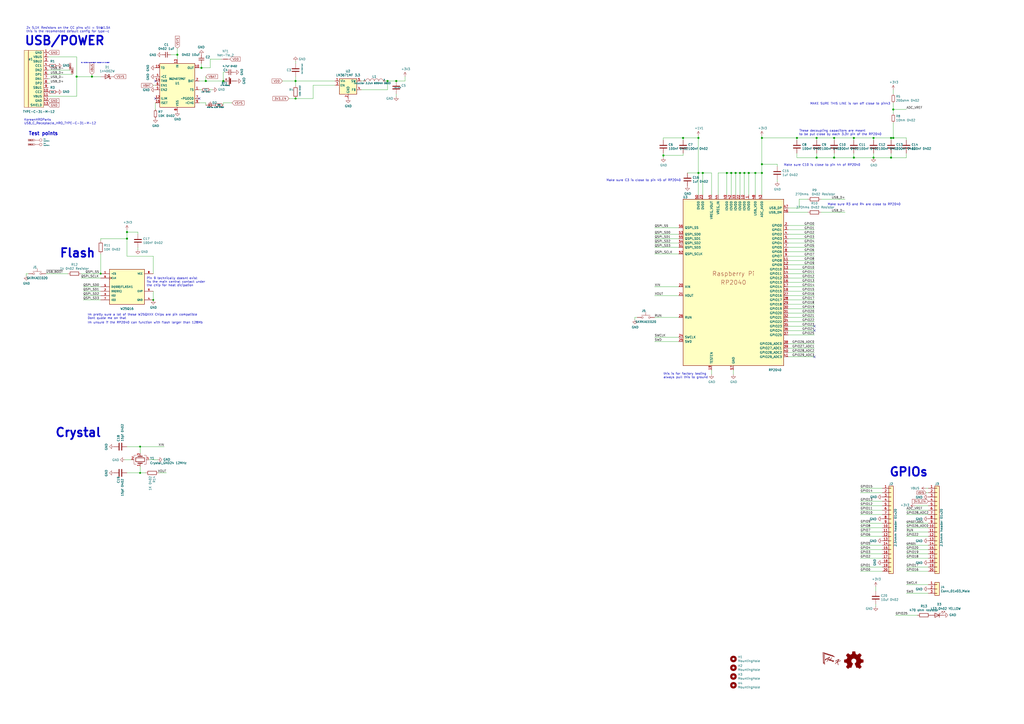
<source format=kicad_sch>
(kicad_sch (version 20230121) (generator eeschema)
  (paper "A2")
  (title_block (title "RP2040 Minimal Design Example") (date "2020-12-18") (rev "REV1") (company "Raspberry Pi (Trading) Ltd"))
  (junction (at 473.71 91.44) (diameter 1.016))
  (junction (at 119.38 46.99) (diameter 1.016))
  (junction (at 429.26 100.33) (diameter 1.016))
  (junction (at 434.34 100.33) (diameter 1.016))
  (junction (at 129.54 46.99) (diameter 1.016))
  (junction (at 441.96 80.01) (diameter 1.016))
  (junction (at 441.96 100.33) (diameter 1.016))
  (junction (at 421.64 100.33) (diameter 1.016))
  (junction (at 506.73 91.44) (diameter 1.016))
  (junction (at 58.42 158.75))
  (junction (at 53.34 44.45) (diameter 1.016))
  (junction (at 102.87 31.75) (diameter 1.016))
  (junction (at 384.81 90.17) (diameter 1.016))
  (junction (at 438.15 100.33) (diameter 1.016))
  (junction (at 518.16 80.01) (diameter 1.016))
  (junction (at 495.3 80.01) (diameter 1.016))
  (junction (at 405.13 100.33) (diameter 1.016))
  (junction (at 396.24 80.01) (diameter 1.016))
  (junction (at 431.8 100.33) (diameter 1.016))
  (junction (at 405.13 80.01) (diameter 1.016))
  (junction (at 229.87 46.99) (diameter 1.016))
  (junction (at 73.66 134.62) (diameter 1.016))
  (junction (at 495.3 91.44) (diameter 1.016))
  (junction (at 473.71 80.01) (diameter 1.016))
  (junction (at 462.28 80.01) (diameter 1.016))
  (junction (at 516.89 80.01) (diameter 1.016))
  (junction (at 441.96 95.25) (diameter 1.016))
  (junction (at 224.79 46.99) (diameter 1.016))
  (junction (at 44.45 44.45) (diameter 1.016))
  (junction (at 81.28 274.32))
  (junction (at 424.18 100.33) (diameter 1.016))
  (junction (at 407.67 100.33) (diameter 1.016))
  (junction (at 516.89 91.44) (diameter 1.016))
  (junction (at 81.28 259.08))
  (junction (at 88.9 173.99))
  (junction (at 116.84 39.37) (diameter 1.016))
  (junction (at 73.66 138.43) (diameter 1.016))
  (junction (at 171.45 46.99) (diameter 1.016))
  (junction (at 171.45 57.15) (diameter 1.016))
  (junction (at 518.16 63.5) (diameter 1.016))
  (junction (at 426.72 100.33) (diameter 1.016))
  (junction (at 506.73 80.01) (diameter 1.016))
  (junction (at 483.87 91.44) (diameter 1.016))
  (junction (at 483.87 80.01) (diameter 1.016))
  (no_connect (at 90.17 57.15))
  (no_connect (at 115.57 57.15))
  (no_connect (at 90.17 46.99))
  (no_connect (at 472.44 191.77))
  (no_connect (at 472.44 189.23))
  (no_connect (at 472.44 207.01))
  (wire (pts (xy 457.2 173.99) (xy 472.44 173.99)))
  (wire (pts (xy 538.48 331.47) (xy 525.78 331.47)))
  (wire (pts (xy 396.24 80.01) (xy 405.13 80.01)))
  (wire (pts (xy 412.75 113.03) (xy 412.75 100.33)))
  (wire (pts (xy 27.94 48.26) (xy 29.21 48.26)))
  (wire (pts (xy 518.16 59.69) (xy 518.16 63.5)))
  (wire (pts (xy 27.94 33.02) (xy 44.45 33.02)))
  (wire (pts (xy 457.2 146.05) (xy 472.44 146.05)))
  (wire (pts (xy 384.81 80.01) (xy 396.24 80.01)))
  (wire (pts (xy 516.89 88.9) (xy 516.89 91.44)))
  (wire (pts (xy 495.3 80.01) (xy 506.73 80.01)))
  (wire (pts (xy 483.87 88.9) (xy 483.87 91.44)))
  (wire (pts (xy 223.52 46.99) (xy 224.79 46.99)))
  (wire (pts (xy 58.42 171.45) (xy 48.26 171.45)))
  (wire (pts (xy 224.79 52.07) (xy 224.79 46.99)))
  (wire (pts (xy 538.48 295.91) (xy 525.78 295.91)))
  (wire (pts (xy 119.38 46.99) (xy 115.57 46.99)))
  (wire (pts (xy 129.54 46.99) (xy 119.38 46.99)))
  (wire (pts (xy 457.2 184.15) (xy 472.44 184.15)))
  (wire (pts (xy 27.94 45.72) (xy 29.21 45.72)))
  (wire (pts (xy 181.61 49.53) (xy 181.61 57.15)))
  (wire (pts (xy 39.37 158.75) (xy 26.67 158.75)))
  (wire (pts (xy 431.8 113.03) (xy 431.8 100.33)))
  (wire (pts (xy 405.13 80.01) (xy 405.13 100.33)))
  (wire (pts (xy 457.2 130.81) (xy 472.44 130.81)))
  (wire (pts (xy 483.87 80.01) (xy 495.3 80.01)))
  (wire (pts (xy 416.56 113.03) (xy 416.56 100.33)))
  (wire (pts (xy 538.48 306.07) (xy 525.78 306.07)))
  (wire (pts (xy 525.78 88.9) (xy 525.78 91.44)))
  (wire (pts (xy 441.96 95.25) (xy 441.96 100.33)))
  (wire (pts (xy 99.06 31.75) (xy 102.87 31.75)))
  (wire (pts (xy 462.28 81.28) (xy 462.28 80.01)))
  (wire (pts (xy 450.85 104.14) (xy 450.85 105.41)))
  (wire (pts (xy 129.54 41.91) (xy 129.54 46.99)))
  (wire (pts (xy 88.9 168.91) (xy 88.9 173.99)))
  (wire (pts (xy 538.48 303.53) (xy 525.78 303.53)))
  (wire (pts (xy 518.16 63.5) (xy 525.78 63.5)))
  (wire (pts (xy 130.81 41.91) (xy 129.54 41.91)))
  (wire (pts (xy 88.9 49.53) (xy 90.17 49.53)))
  (wire (pts (xy 73.66 148.59) (xy 88.9 148.59)))
  (wire (pts (xy 44.45 55.88) (xy 27.94 55.88)))
  (wire (pts (xy 538.48 323.85) (xy 525.78 323.85)))
  (wire (pts (xy 73.66 134.62) (xy 73.66 138.43)))
  (wire (pts (xy 15.24 158.75) (xy 15.24 160.02)))
  (wire (pts (xy 511.81 293.37) (xy 499.11 293.37)))
  (wire (pts (xy 483.87 81.28) (xy 483.87 80.01)))
  (wire (pts (xy 457.2 194.31) (xy 472.44 194.31)))
  (wire (pts (xy 473.71 80.01) (xy 483.87 80.01)))
  (wire (pts (xy 102.87 34.29) (xy 102.87 31.75)))
  (wire (pts (xy 463.55 115.57) (xy 463.55 120.65)))
  (wire (pts (xy 462.28 91.44) (xy 473.71 91.44)))
  (wire (pts (xy 518.16 63.5) (xy 518.16 66.04)))
  (wire (pts (xy 462.28 88.9) (xy 462.28 91.44)))
  (wire (pts (xy 511.81 295.91) (xy 499.11 295.91)))
  (wire (pts (xy 73.66 133.35) (xy 73.66 134.62)))
  (wire (pts (xy 86.36 266.7) (xy 91.44 266.7)))
  (wire (pts (xy 511.81 321.31) (xy 499.11 321.31)))
  (wire (pts (xy 396.24 81.28) (xy 396.24 80.01)))
  (wire (pts (xy 384.81 90.17) (xy 396.24 90.17)))
  (wire (pts (xy 116.84 39.37) (xy 115.57 39.37)))
  (wire (pts (xy 538.48 311.15) (xy 525.78 311.15)))
  (wire (pts (xy 58.42 166.37) (xy 48.26 166.37)))
  (wire (pts (xy 46.99 161.29) (xy 58.42 161.29)))
  (wire (pts (xy 171.45 46.99) (xy 194.31 46.99)))
  (wire (pts (xy 450.85 96.52) (xy 450.85 95.25)))
  (wire (pts (xy 457.2 191.77) (xy 472.44 191.77)))
  (wire (pts (xy 525.78 80.01) (xy 525.78 81.28)))
  (wire (pts (xy 457.2 168.91) (xy 472.44 168.91)))
  (wire (pts (xy 134.62 59.69) (xy 129.54 59.69)))
  (wire (pts (xy 129.54 59.69) (xy 129.54 60.96)))
  (wire (pts (xy 457.2 181.61) (xy 472.44 181.61)))
  (wire (pts (xy 426.72 100.33) (xy 429.26 100.33)))
  (wire (pts (xy 80.01 134.62) (xy 73.66 134.62)))
  (wire (pts (xy 457.2 207.01) (xy 472.44 207.01)))
  (wire (pts (xy 171.45 57.15) (xy 181.61 57.15)))
  (wire (pts (xy 537.21 283.21) (xy 538.48 283.21)))
  (wire (pts (xy 92.075 274.32) (xy 96.52 274.32)))
  (wire (pts (xy 457.2 176.53) (xy 472.44 176.53)))
  (wire (pts (xy 128.27 34.29) (xy 121.92 34.29)))
  (wire (pts (xy 421.64 100.33) (xy 424.18 100.33)))
  (wire (pts (xy 58.42 173.99) (xy 48.26 173.99)))
  (wire (pts (xy 80.01 143.51) (xy 80.01 144.78)))
  (wire (pts (xy 393.7 147.32) (xy 379.73 147.32)))
  (wire (pts (xy 506.73 88.9) (xy 506.73 91.44)))
  (wire (pts (xy 384.81 81.28) (xy 384.81 80.01)))
  (wire (pts (xy 424.18 100.33) (xy 426.72 100.33)))
  (wire (pts (xy 379.73 138.43) (xy 393.7 138.43)))
  (wire (pts (xy 457.2 151.13) (xy 472.44 151.13)))
  (wire (pts (xy 457.2 123.19) (xy 468.63 123.19)))
  (wire (pts (xy 379.73 135.89) (xy 393.7 135.89)))
  (wire (pts (xy 393.7 171.45) (xy 379.73 171.45)))
  (wire (pts (xy 476.25 123.19) (xy 490.22 123.19)))
  (wire (pts (xy 525.78 344.17) (xy 538.48 344.17)))
  (wire (pts (xy 209.55 46.99) (xy 210.82 46.99)))
  (wire (pts (xy 538.48 298.45) (xy 525.78 298.45)))
  (wire (pts (xy 476.25 115.57) (xy 490.22 115.57)))
  (wire (pts (xy 457.2 171.45) (xy 472.44 171.45)))
  (wire (pts (xy 462.28 80.01) (xy 473.71 80.01)))
  (wire (pts (xy 457.2 201.93) (xy 472.44 201.93)))
  (wire (pts (xy 369.57 184.15) (xy 368.3 184.15)))
  (wire (pts (xy 44.45 44.45) (xy 53.34 44.45)))
  (wire (pts (xy 379.73 143.51) (xy 393.7 143.51)))
  (wire (pts (xy 407.67 113.03) (xy 407.67 100.33)))
  (wire (pts (xy 508 340.36) (xy 508 342.9)))
  (wire (pts (xy 441.96 80.01) (xy 441.96 95.25)))
  (wire (pts (xy 511.81 308.61) (xy 499.11 308.61)))
  (wire (pts (xy 81.28 262.89) (xy 81.28 259.08)))
  (wire (pts (xy 495.3 88.9) (xy 495.3 91.44)))
  (wire (pts (xy 457.2 143.51) (xy 472.44 143.51)))
  (wire (pts (xy 234.95 46.99) (xy 229.87 46.99)))
  (wire (pts (xy 412.75 214.63) (xy 412.75 217.17)))
  (wire (pts (xy 119.38 44.45) (xy 119.38 46.99)))
  (wire (pts (xy 171.45 49.53) (xy 171.45 46.99)))
  (wire (pts (xy 229.87 54.61) (xy 229.87 55.88)))
  (wire (pts (xy 121.92 39.37) (xy 116.84 39.37)))
  (wire (pts (xy 538.48 318.77) (xy 525.78 318.77)))
  (wire (pts (xy 457.2 120.65) (xy 463.55 120.65)))
  (wire (pts (xy 457.2 199.39) (xy 472.44 199.39)))
  (wire (pts (xy 511.81 318.77) (xy 499.11 318.77)))
  (wire (pts (xy 518.16 80.01) (xy 518.16 71.12)))
  (wire (pts (xy 506.73 80.01) (xy 516.89 80.01)))
  (wire (pts (xy 368.3 184.15) (xy 368.3 185.42)))
  (wire (pts (xy 511.81 285.75) (xy 499.11 285.75)))
  (wire (pts (xy 457.2 138.43) (xy 472.44 138.43)))
  (wire (pts (xy 457.2 161.29) (xy 472.44 161.29)))
  (wire (pts (xy 516.89 80.01) (xy 516.89 81.28)))
  (wire (pts (xy 405.13 78.74) (xy 405.13 80.01)))
  (wire (pts (xy 506.73 91.44) (xy 495.3 91.44)))
  (wire (pts (xy 457.2 156.21) (xy 472.44 156.21)))
  (wire (pts (xy 429.26 113.03) (xy 429.26 100.33)))
  (wire (pts (xy 81.28 270.51) (xy 81.28 274.32)))
  (wire (pts (xy 102.87 31.75) (xy 102.87 27.94)))
  (wire (pts (xy 171.45 36.83) (xy 171.45 35.56)))
  (wire (pts (xy 506.73 81.28) (xy 506.73 80.01)))
  (wire (pts (xy 457.2 158.75) (xy 472.44 158.75)))
  (wire (pts (xy 438.15 113.03) (xy 438.15 100.33)))
  (wire (pts (xy 511.81 328.93) (xy 499.11 328.93)))
  (wire (pts (xy 530.86 293.37) (xy 538.48 293.37)))
  (wire (pts (xy 495.3 81.28) (xy 495.3 80.01)))
  (wire (pts (xy 90.17 63.5) (xy 90.17 59.69)))
  (wire (pts (xy 73.66 138.43) (xy 73.66 148.59)))
  (wire (pts (xy 516.89 91.44) (xy 506.73 91.44)))
  (wire (pts (xy 438.15 100.33) (xy 441.96 100.33)))
  (wire (pts (xy 457.2 189.23) (xy 472.44 189.23)))
  (wire (pts (xy 457.2 166.37) (xy 472.44 166.37)))
  (wire (pts (xy 538.48 316.23) (xy 525.78 316.23)))
  (wire (pts (xy 441.96 95.25) (xy 450.85 95.25)))
  (wire (pts (xy 379.73 140.97) (xy 393.7 140.97)))
  (wire (pts (xy 511.81 303.53) (xy 499.11 303.53)))
  (wire (pts (xy 434.34 100.33) (xy 434.34 113.03)))
  (wire (pts (xy 171.45 44.45) (xy 171.45 46.99)))
  (wire (pts (xy 441.96 80.01) (xy 462.28 80.01)))
  (wire (pts (xy 511.81 323.85) (xy 499.11 323.85)))
  (wire (pts (xy 46.99 158.75) (xy 58.42 158.75)))
  (wire (pts (xy 431.8 100.33) (xy 434.34 100.33)))
  (wire (pts (xy 171.45 57.15) (xy 167.64 57.15)))
  (wire (pts (xy 44.45 44.45) (xy 44.45 55.88)))
  (wire (pts (xy 441.96 100.33) (xy 441.96 113.03)))
  (wire (pts (xy 525.78 308.61) (xy 538.48 308.61)))
  (wire (pts (xy 457.2 135.89) (xy 472.44 135.89)))
  (wire (pts (xy 53.34 44.45) (xy 58.42 44.45)))
  (wire (pts (xy 116.84 36.83) (xy 116.84 39.37)))
  (wire (pts (xy 163.83 46.99) (xy 171.45 46.99)))
  (wire (pts (xy 88.9 158.75) (xy 88.9 148.59)))
  (wire (pts (xy 538.48 321.31) (xy 525.78 321.31)))
  (wire (pts (xy 516.89 80.01) (xy 518.16 80.01)))
  (wire (pts (xy 538.48 328.93) (xy 525.78 328.93)))
  (wire (pts (xy 209.55 52.07) (xy 224.79 52.07)))
  (wire (pts (xy 384.81 88.9) (xy 384.81 90.17)))
  (wire (pts (xy 426.72 113.03) (xy 426.72 100.33)))
  (wire (pts (xy 516.89 91.44) (xy 525.78 91.44)))
  (wire (pts (xy 80.01 135.89) (xy 80.01 134.62)))
  (wire (pts (xy 511.81 306.07) (xy 499.11 306.07)))
  (wire (pts (xy 121.92 34.29) (xy 121.92 39.37)))
  (wire (pts (xy 457.2 133.35) (xy 472.44 133.35)))
  (wire (pts (xy 508 350.52) (xy 508 351.79)))
  (wire (pts (xy 518.16 52.07) (xy 518.16 54.61)))
  (wire (pts (xy 405.13 100.33) (xy 405.13 113.03)))
  (wire (pts (xy 73.66 259.08) (xy 81.28 259.08)))
  (wire (pts (xy 81.28 259.08) (xy 95.25 259.08)))
  (wire (pts (xy 511.81 283.21) (xy 499.11 283.21)))
  (wire (pts (xy 499.11 316.23) (xy 511.81 316.23)))
  (wire (pts (xy 429.26 100.33) (xy 431.8 100.33)))
  (wire (pts (xy 457.2 204.47) (xy 472.44 204.47)))
  (wire (pts (xy 405.13 100.33) (xy 398.78 100.33)))
  (wire (pts (xy 425.45 214.63) (xy 425.45 217.17)))
  (wire (pts (xy 421.64 113.03) (xy 421.64 100.33)))
  (wire (pts (xy 457.2 153.67) (xy 472.44 153.67)))
  (wire (pts (xy 393.7 132.08) (xy 379.73 132.08)))
  (wire (pts (xy 457.2 179.07) (xy 472.44 179.07)))
  (wire (pts (xy 393.7 198.12) (xy 379.73 198.12)))
  (wire (pts (xy 396.24 90.17) (xy 396.24 88.9)))
  (wire (pts (xy 58.42 147.32) (xy 58.42 158.75)))
  (wire (pts (xy 224.79 46.99) (xy 229.87 46.99)))
  (wire (pts (xy 44.45 33.02) (xy 44.45 44.45)))
  (wire (pts (xy 538.48 285.75) (xy 537.21 285.75)))
  (wire (pts (xy 457.2 186.69) (xy 472.44 186.69)))
  (wire (pts (xy 424.18 113.03) (xy 424.18 100.33)))
  (wire (pts (xy 384.81 90.17) (xy 384.81 91.44)))
  (wire (pts (xy 473.71 91.44) (xy 473.71 88.9)))
  (wire (pts (xy 473.71 91.44) (xy 483.87 91.44)))
  (wire (pts (xy 16.51 158.75) (xy 15.24 158.75)))
  (wire (pts (xy 58.42 139.7) (xy 58.42 138.43)))
  (wire (pts (xy 48.26 168.91) (xy 58.42 168.91)))
  (wire (pts (xy 27.94 40.64) (xy 40.64 40.64)))
  (wire (pts (xy 457.2 148.59) (xy 472.44 148.59)))
  (wire (pts (xy 495.3 91.44) (xy 483.87 91.44)))
  (wire (pts (xy 393.7 184.15) (xy 379.73 184.15)))
  (wire (pts (xy 407.67 100.33) (xy 405.13 100.33)))
  (wire (pts (xy 463.55 115.57) (xy 468.63 115.57)))
  (wire (pts (xy 181.61 49.53) (xy 194.31 49.53)))
  (wire (pts (xy 434.34 100.33) (xy 438.15 100.33)))
  (wire (pts (xy 121.92 52.07) (xy 123.19 52.07)))
  (wire (pts (xy 416.56 100.33) (xy 421.64 100.33)))
  (wire (pts (xy 393.7 195.58) (xy 379.73 195.58)))
  (wire (pts (xy 499.11 311.15) (xy 511.81 311.15)))
  (wire (pts (xy 27.94 43.18) (xy 41.91 43.18)))
  (wire (pts (xy 379.73 166.37) (xy 393.7 166.37)))
  (wire (pts (xy 511.81 290.83) (xy 499.11 290.83)))
  (wire (pts (xy 53.34 44.45) (xy 53.34 43.18)))
  (wire (pts (xy 115.57 59.69) (xy 119.38 59.69)))
  (wire (pts (xy 119.38 59.69) (xy 119.38 60.96)))
  (wire (pts (xy 72.39 266.7) (xy 76.2 266.7)))
  (wire (pts (xy 115.57 52.07) (xy 116.84 52.07)))
  (wire (pts (xy 518.16 80.01) (xy 525.78 80.01)))
  (wire (pts (xy 538.48 339.09) (xy 525.78 339.09)))
  (wire (pts (xy 511.81 331.47) (xy 499.11 331.47)))
  (wire (pts (xy 457.2 140.97) (xy 472.44 140.97)))
  (wire (pts (xy 58.42 138.43) (xy 73.66 138.43)))
  (wire (pts (xy 412.75 100.33) (xy 407.67 100.33)))
  (wire (pts (xy 457.2 163.83) (xy 472.44 163.83)))
  (wire (pts (xy 532.13 356.87) (xy 519.43 356.87)))
  (wire (pts (xy 499.11 298.45) (xy 511.81 298.45)))
  (wire (pts (xy 441.96 78.74) (xy 441.96 80.01)))
  (wire (pts (xy 473.71 81.28) (xy 473.71 80.01)))
  (wire (pts (xy 73.66 274.32) (xy 81.28 274.32)))
  (wire (pts (xy 81.28 274.32) (xy 84.455 274.32)))
  (wire (pts (xy 234.95 44.45) (xy 234.95 46.99)))
  (text "Test points" (at 16.51 78.74 0) (effects (font (size 2.0066 2.0066) (thickness 0.4013) bold) (justify left bottom)))
  (text "D1 NEEDS to be 0omh resistor or 1n4002" (at 46.99 36.83 0) (effects (font (size 0.508 0.508)) (justify left bottom)))
  (text "Crystal" (at 31.75 254 0) (effects (font (size 5.0038 5.0038) (thickness 1.0008) bold) (justify left bottom)))
  (text "Flash" (at 34.29 149.86 0) (effects (font (size 5.0038 5.0038) (thickness 1.0008) bold) (justify left bottom)))
  (text "These decoupling capacitors are meant\nto be put close by each 3.3V pin of the RP2040" (at 463.55 78.74 0) (effects (font (size 1.27 1.27)) (justify left bottom)))
  (text "USB/POWER" (at 13.97 26.67 0) (effects (font (size 5.0038 5.0038) (thickness 1.0008) bold) (justify left bottom)))
  (text "Make sure R3 and R4 are close to RP2040" (at 480.06 119.38 0) (effects (font (size 1.27 1.27)) (justify left bottom)))
  (text "Im unsure if the RP2040 can function with flash larger than 128Mb" (at 50.8 187.96 0) (effects (font (size 1.27 1.27)) (justify left bottom)))
  (text "2x 5.1K Resistors on the CC pins will = 5V@1.5A\nthis is the recomended default config for type-c" (at 15.24 19.05 0) (effects (font (size 1.27 1.27)) (justify left bottom)))
  (text "GPIOs" (at 515.62 276.86 0) (effects (font (size 5.0038 5.0038) (thickness 1.0008) bold) (justify left bottom)))
  (text "Make sure C10 is close to pin 44 of RP2040" (at 454.66 96.52 0) (effects (font (size 1.27 1.27)) (justify left bottom)))
  (text "KoreanHROParts \nUSB_C_Receptacle_HRO_TYPE-C-31-M-12" (at 13.97 72.39 0) (effects (font (size 1.27 1.27)) (justify left bottom)))
  (text "Pin 9 technically doesnt exist\nits the main central contact under\nthe chip for heat dicipation" (at 85.09 166.37 0) (effects (font (size 1.27 1.27)) (justify left bottom)))
  (text "Make sure C3 is close to pin 45 of RP2040" (at 394.97 105.41 0) (effects (font (size 1.27 1.27)) (justify right bottom)))
  (text "Im pretty sure a lot of these W25QXXX Chips are pin compatible\nDont quote me on that" (at 50.8 185.42 0) (effects (font (size 1.27 1.27)) (justify left bottom)))
  (text "this is for factory testing\nalways pull this to ground" (at 384.81 219.71 0) (effects (font (size 1.27 1.27)) (justify left bottom)))
  (text "MAKE SURE THIS LINE is ran off close to pin43" (at 469.9 60.96 0) (effects (font (size 1.27 1.27)) (justify left bottom)))
  (label "GPIO19" (at 525.78 321.31 0))
  (label "GPIO0" (at 472.44 130.81 180))
  (label "GPIO15" (at 499.11 283.21 0))
  (label "GPIO18" (at 472.44 176.53 180))
  (label "GPIO5" (at 499.11 316.23 0))
  (label "GPIO4" (at 472.44 140.97 180))
  (label "GPIO17" (at 472.44 173.99 180))
  (label "GPIO6" (at 472.44 146.05 180))
  (label "SWD" (at 525.78 344.17 0))
  (label "GPIO19" (at 472.44 179.07 180))
  (label "USB_D-" (at 29.21 45.72 0))
  (label "GPIO2" (at 472.44 135.89 180))
  (label "GPIO13" (at 499.11 290.83 0))
  (label "XOUT" (at 96.52 274.32 180))
  (label "GPIO11" (at 499.11 295.91 0))
  (label "GPIO1" (at 472.44 133.35 180))
  (label "SWD" (at 379.73 198.12 0))
  (label "QSPI_SD1" (at 379.73 138.43 0))
  (label "GPIO0" (at 499.11 331.47 0))
  (label "GPIO16" (at 525.78 331.47 0))
  (label "XIN" (at 379.73 166.37 0))
  (label "USB_D+" (at 490.22 115.57 180))
  (label "USB_D+" (at 29.21 43.18 0))
  (label "RUN" (at 379.73 184.15 0))
  (label "GPIO21" (at 472.44 184.15 180))
  (label "~{USB_BOOT}" (at 26.67 158.75 0))
  (label "GPIO13" (at 472.44 163.83 180))
  (label "GPIO7" (at 499.11 308.61 0))
  (label "GPIO26_ADC0" (at 525.78 306.07 0))
  (label "GPIO15" (at 472.44 168.91 180))
  (label "GPIO5" (at 472.44 143.51 180))
  (label "GPIO12" (at 472.44 161.29 180))
  (label "GPIO21" (at 525.78 316.23 0) (effects (font (size 0.9906 0.9906))))
  (label "GPIO10" (at 499.11 298.45 0))
  (label "GPIO10" (at 472.44 156.21 180))
  (label "QSPI_SCLK" (at 379.73 147.32 0))
  (label "GPIO17" (at 525.78 328.93 0))
  (label "QSPI_SS" (at 49.53 158.75 0))
  (label "QSPI_SD0" (at 48.26 166.37 0))
  (label "GPIO20" (at 472.44 181.61 180))
  (label "SWCLK" (at 379.73 195.58 0))
  (label "GPIO25" (at 472.44 194.31 180))
  (label "GPIO11" (at 472.44 158.75 180))
  (label "USB_D-" (at 29.21 40.64 0))
  (label "GPIO8" (at 472.44 151.13 180))
  (label "GPIO20" (at 525.78 318.77 0))
  (label "USB_D-" (at 490.22 123.19 180))
  (label "GPIO27_ADC1" (at 525.78 303.53 0) (effects (font (size 0.9906 0.9906))))
  (label "ADC_VREF" (at 525.78 295.91 0))
  (label "QSPI_SD3" (at 48.26 173.99 0))
  (label "SWCLK" (at 525.78 339.09 0))
  (label "GPIO7" (at 472.44 148.59 180))
  (label "RUN" (at 525.78 308.61 0))
  (label "GPIO14" (at 499.11 285.75 0))
  (label "GPIO9" (at 472.44 153.67 180))
  (label "GPIO16" (at 472.44 171.45 180))
  (label "QSPI_SD2" (at 379.73 140.97 0))
  (label "GPIO14" (at 472.44 166.37 180))
  (label "QSPI_SD2" (at 48.26 171.45 0))
  (label "GPIO3" (at 472.44 138.43 180))
  (label "GPIO8" (at 499.11 306.07 0))
  (label "GPIO23" (at 472.44 189.23 180))
  (label "XIN" (at 95.25 259.08 180))
  (label "GPIO26_ADC0" (at 472.44 199.39 180))
  (label "GPIO29_ADC3" (at 472.44 207.01 180))
  (label "GPIO25" (at 519.43 356.87 0))
  (label "GPIO4" (at 499.11 318.77 0))
  (label "GPIO28_ADC2" (at 525.78 298.45 0))
  (label "GPIO22" (at 472.44 186.69 180))
  (label "GPIO2" (at 499.11 323.85 0))
  (label "QSPI_SD0" (at 379.73 135.89 0))
  (label "XOUT" (at 379.73 171.45 0))
  (label "QSPI_SD1" (at 48.26 168.91 0))
  (label "QSPI_SS" (at 379.73 132.08 0))
  (label "QSPI_SCLK" (at 46.99 161.29 0))
  (label "USB_D+" (at 29.21 48.26 0))
  (label "GPIO22" (at 525.78 311.15 0))
  (label "QSPI_SD3" (at 379.73 143.51 0))
  (label "GPIO3" (at 499.11 321.31 0))
  (label "GPIO12" (at 499.11 293.37 0))
  (label "GPIO28_ADC2" (at 472.44 204.47 180))
  (label "ADC_VREF" (at 525.78 63.5 0))
  (label "GPIO6" (at 499.11 311.15 0))
  (label "GPIO9" (at 499.11 303.53 0))
  (label "GPIO27_ADC1" (at 472.44 201.93 180))
  (label "GPIO18" (at 525.78 323.85 0))
  (label "GPIO24" (at 472.44 191.77 180))
  (label "GPIO1" (at 499.11 328.93 0))
  (global_label "VBUS" (shape input) (at 53.34 43.18 90) (effects (font (size 1.1938 1.1938))) (property "Intersheetrefs" "${INTERSHEET_REFS}" (effects hide)))
  (global_label "VSYS" (shape input) (at 102.87 27.94 90) (property "Intersheetrefs" "${INTERSHEET_REFS}" (effects hide)))
  (global_label "USB_D-" (shape input) (at 20.32 83.82 180) (effects (font (size 0.508 0.508))) (property "Intersheetrefs" "${INTERSHEET_REFS}" (effects hide)))
  (global_label "VSYS" (shape input) (at 66.04 44.45 0) (property "Intersheetrefs" "${INTERSHEET_REFS}" (effects hide)))
  (global_label "USB_D+" (shape input) (at 20.32 81.28 180) (effects (font (size 0.508 0.508))) (property "Intersheetrefs" "${INTERSHEET_REFS}" (effects hide)))
  (global_label "VSYS" (shape input) (at 134.62 59.69 0) (property "Intersheetrefs" "${INTERSHEET_REFS}" (effects hide)))
  (global_label "USB_D+" (shape input) (at 41.91 43.18 90) (effects (font (size 0.508 0.508))) (property "Intersheetrefs" "${INTERSHEET_REFS}" (effects hide)))
  (global_label "3V3_EN" (shape input) (at 167.64 57.15 180) (property "Intersheetrefs" "${INTERSHEET_REFS}" (effects hide)))
  (global_label "GND" (shape input) (at 27.94 58.42 0) (property "Intersheetrefs" "${INTERSHEET_REFS}" (effects hide)))
  (global_label "GND" (shape input) (at 27.94 60.96 0) (property "Intersheetrefs" "${INTERSHEET_REFS}" (effects hide)))
  (global_label "3V3_EN" (shape input) (at 538.48 290.83 180) (property "Intersheetrefs" "${INTERSHEET_REFS}" (effects hide)))
  (global_label "VBAT" (shape input) (at 88.9 49.53 180) (property "Intersheetrefs" "${INTERSHEET_REFS}" (effects hide)))
  (global_label "USB_D-" (shape input) (at 40.64 40.64 90) (effects (font (size 0.508 0.508))) (property "Intersheetrefs" "${INTERSHEET_REFS}" (effects hide)))
  (global_label "VDD" (shape input) (at 133.35 34.29 0) (property "Intersheetrefs" "${INTERSHEET_REFS}" (effects hide)))
  (global_label "VSYS" (shape input) (at 537.21 285.75 180) (effects (font (size 0.9906 0.9906))) (property "Intersheetrefs" "${INTERSHEET_REFS}" (effects hide)))
  (global_label "VBAT" (shape input) (at 119.38 44.45 0) (property "Intersheetrefs" "${INTERSHEET_REFS}" (effects hide)))
  (global_label "GND" (shape input) (at 27.94 30.48 0) (property "Intersheetrefs" "${INTERSHEET_REFS}" (effects hide)))
  (global_label "VDD" (shape input) (at 163.83 46.99 180) (property "Intersheetrefs" "${INTERSHEET_REFS}" (effects hide)))
  (symbol (lib_id "MCU_RaspberryPi_RP2040:RP2040") (at 425.45 163.83 0) (unit 1)
    (property "Reference" "U3" (at 397.51 114.3 0))
    (property "Value" "RP2040" (at 449.58 214.63 0))
    (property "Footprint" "RP2040_minimal:RP2040-QFN-56" (effects hide))
  )
  (symbol (lib_id "Device:C") (at 69.85 259.08 90) (unit 1)
    (property "Reference" "C18" (at 68.6816 256.159 0) (effects (justify left)))
    (property "Value" "15pf 0402" (at 70.993 256.159 0) (effects (justify left)))
    (property "Footprint" "Capacitor_SMD:C_0402_1005Metric" (effects hide))
  )
  (symbol (lib_id "power:+3V3") (at 73.66 133.35 0) (unit 1)
    (property "Reference" "#PWR027" (effects hide))
    (property "Value" "+3V3" (at 74.041 128.9558 0))
  )
  (symbol (lib_id "Device:R") (at 58.42 143.51 0) (unit 1)
    (property "Reference" "R11" (at 60.198 142.3416 0) (effects (justify left)))
    (property "Value" "10K 0402" (at 60.198 144.653 0) (effects (justify left)))
    (property "Footprint" "Capacitor_SMD:C_0402_1005Metric" (effects hide))
  )
  (symbol (lib_id "Device:R") (at 43.18 158.75 270) (unit 1)
    (property "Reference" "R12" (at 43.18 153.4922 90))
    (property "Value" "1k 0402 Resistor" (at 43.18 155.8036 90))
    (property "Footprint" "Capacitor_SMD:C_0402_1005Metric" (effects hide))
  )
  (symbol (lib_id "Device:C") (at 80.01 139.7 0) (unit 1)
    (property "Reference" "C17" (at 82.931 138.5316 0) (effects (justify left)))
    (property "Value" "100nf 0402" (at 82.931 140.843 0) (effects (justify left)))
    (property "Footprint" "Capacitor_SMD:C_0402_1005Metric" (effects hide))
  )
  (symbol (lib_id "power:GND") (at 80.01 144.78 0) (unit 1)
    (property "Reference" "#PWR028" (effects hide))
    (property "Value" "GND" (at 83.82 146.05 0))
  )
  (symbol (lib_id "Type-C:HRO-TYPE-C-31-M-12") (at 25.4 44.45 0) (unit 1)
    (property "Reference" "e1" (at 19.05 34.29 0) (effects (justify right)))
    (property "Value" "TYPE-C-31-M-12" (at 31.75 64.77 0) (effects (justify right)))
    (property "Footprint" "HRO-TYPE-C31-M-12:HRO-TYPE-C-31-M-12" (effects hide))
  )
  (symbol (lib_id "power:GND") (at 425.45 217.17 0) (unit 1)
    (property "Reference" "#PWR032" (effects hide))
    (property "Value" "GND" (at 425.577 221.5642 0))
  )
  (symbol (lib_id "power:GND") (at 412.75 217.17 0) (unit 1)
    (property "Reference" "#PWR031" (effects hide))
    (property "Value" "GND" (at 412.877 221.5642 0))
  )
  (symbol (lib_id "Device:R") (at 472.44 115.57 270) (unit 1)
    (property "Reference" "R9" (at 472.44 110.3122 90))
    (property "Value" " 27Ohms  0402 Resistor" (at 472.44 112.6236 90))
    (property "Footprint" "Capacitor_SMD:C_0402_1005Metric" (effects hide))
  )
  (symbol (lib_id "Device:R") (at 472.44 123.19 270) (unit 1)
    (property "Reference" "R10" (at 472.44 117.9322 90))
    (property "Value" " 27Ohms 0402 Resistor" (at 472.44 120.2436 90))
    (property "Footprint" "Capacitor_SMD:C_0402_1005Metric" (effects hide))
  )
  (symbol (lib_id "power:GND") (at 511.81 326.39 270) (mirror x) (unit 1)
    (property "Reference" "#PWR045" (effects hide))
    (property "Value" "GND" (at 507.4158 326.263 0))
  )
  (symbol (lib_id "power:+3V3") (at 441.96 78.74 0) (unit 1)
    (property "Reference" "#PWR019" (effects hide))
    (property "Value" "+3V3" (at 442.341 74.3458 0))
  )
  (symbol (lib_id "power:+1V1") (at 405.13 78.74 0) (unit 1)
    (property "Reference" "#PWR018" (effects hide))
    (property "Value" "+1V1" (at 405.511 74.3458 0))
  )
  (symbol (lib_id "Device:C") (at 462.28 85.09 0) (unit 1)
    (property "Reference" "C8" (at 465.201 83.9216 0) (effects (justify left)))
    (property "Value" "100nf 0402" (at 465.201 86.233 0) (effects (justify left)))
    (property "Footprint" "Capacitor_SMD:C_0402_1005Metric" (effects hide))
  )
  (symbol (lib_id "Device:C") (at 384.81 85.09 0) (unit 1)
    (property "Reference" "C6" (at 387.731 83.9216 0) (effects (justify left)))
    (property "Value" "100nf 0402" (at 387.731 86.233 0) (effects (justify left)))
    (property "Footprint" "Capacitor_SMD:C_0402_1005Metric" (effects hide))
  )
  (symbol (lib_id "Device:C") (at 396.24 85.09 0) (unit 1)
    (property "Reference" "C7" (at 399.161 83.9216 0) (effects (justify left)))
    (property "Value" "100nf 0402" (at 399.161 86.233 0) (effects (justify left)))
    (property "Footprint" "Capacitor_SMD:C_0402_1005Metric" (effects hide))
  )
  (symbol (lib_id "Device:C") (at 450.85 100.33 0) (unit 1)
    (property "Reference" "C15" (at 453.771 99.1616 0) (effects (justify left)))
    (property "Value" "1uf 0402" (at 453.771 101.473 0) (effects (justify left)))
    (property "Footprint" "Capacitor_SMD:C_0402_1005Metric" (effects hide))
  )
  (symbol (lib_id "Mechanical:MountingHole") (at 425.45 382.27 0) (unit 1)
    (property "Reference" "H1" (at 427.99 381.1016 0) (effects (justify left)))
    (property "Value" "MountingHole" (at 427.99 383.413 0) (effects (justify left)))
    (property "Footprint" "MountingHole:MountingHole_2.2mm_M2" (effects hide))
  )
  (symbol (lib_id "Mechanical:MountingHole") (at 425.45 387.35 0) (unit 1)
    (property "Reference" "H2" (at 427.99 386.1816 0) (effects (justify left)))
    (property "Value" "MountingHole" (at 427.99 388.493 0) (effects (justify left)))
    (property "Footprint" "MountingHole:MountingHole_2.2mm_M2" (effects hide))
  )
  (symbol (lib_id "Mechanical:MountingHole") (at 425.45 392.43 0) (unit 1)
    (property "Reference" "H3" (at 427.99 391.2616 0) (effects (justify left)))
    (property "Value" "MountingHole" (at 427.99 393.573 0) (effects (justify left)))
    (property "Footprint" "MountingHole:MountingHole_2.2mm_M2" (effects hide))
  )
  (symbol (lib_id "Mechanical:MountingHole") (at 425.45 397.51 0) (unit 1)
    (property "Reference" "H4" (at 427.99 396.3416 0) (effects (justify left)))
    (property "Value" "MountingHole" (at 427.99 398.653 0) (effects (justify left)))
    (property "Footprint" "MountingHole:MountingHole_2.2mm_M2" (effects hide))
  )
  (symbol (lib_id "power:GND") (at 384.81 91.44 0) (unit 1)
    (property "Reference" "#PWR020" (effects hide))
    (property "Value" "GND" (at 384.937 95.8342 0))
  )
  (symbol (lib_id "power:GND") (at 450.85 105.41 0) (unit 1)
    (property "Reference" "#PWR025" (effects hide))
    (property "Value" "GND" (at 450.977 109.8042 0))
  )
  (symbol (lib_id "power:VBUS") (at 537.21 283.21 90) (unit 1)
    (property "Reference" "#PWR037" (effects hide))
    (property "Value" "VBUS" (at 530.86 283.21 90))
  )
  (symbol (lib_id "power:+3V3") (at 234.95 44.45 0) (unit 1)
    (property "Reference" "#PWR08" (effects hide))
    (property "Value" "+3V3" (at 235.331 40.0558 0))
  )
  (symbol (lib_id "Device:C") (at 171.45 40.64 180) (unit 1)
    (property "Reference" "C3" (at 168.91 40.64 0) (effects (justify left)))
    (property "Value" "10uf 0402 6.3V" (at 175.26 36.83 90) (effects (font (size 0.508 0.508)) (justify left)))
    (property "Footprint" "Capacitor_SMD:C_0402_1005Metric" (effects hide))
  )
  (symbol (lib_id "power:GND") (at 171.45 35.56 180) (unit 1)
    (property "Reference" "#PWR03" (effects hide))
    (property "Value" "GND" (at 175.26 34.29 0))
  )
  (symbol (lib_id "power:+3V3") (at 508 340.36 0) (unit 1)
    (property "Reference" "#PWR047" (effects hide))
    (property "Value" "+3V3" (at 508.381 335.9658 0))
  )
  (symbol (lib_id "Device:C") (at 508 346.71 0) (unit 1)
    (property "Reference" "C20" (at 510.921 345.5416 0) (effects (justify left)))
    (property "Value" "10uf 0402" (at 510.921 347.853 0) (effects (justify left)))
    (property "Footprint" "Capacitor_SMD:C_0402_1005Metric" (effects hide))
  )
  (symbol (lib_id "power:GND") (at 508 351.79 0) (unit 1)
    (property "Reference" "#PWR049" (effects hide))
    (property "Value" "GND" (at 504.19 353.06 0))
  )
  (symbol (lib_id "Switch:SW_Push") (at 21.59 158.75 0) (mirror y) (unit 1)
    (property "Reference" "J1" (at 20.32 154.94 0))
    (property "Value" "SKRKAEE020" (at 21.59 161.29 0))
    (property "Footprint" "Button_Switch_SMD:SW_Push_SPST_NO_Alps_SKRK" (effects hide))
  )
  (symbol (lib_id "power:GND") (at 15.24 160.02 0) (unit 1)
    (property "Reference" "#PWR029" (effects hide))
    (property "Value" "GND" (at 15.367 164.4142 0))
  )
  (symbol (lib_id "Connector_Generic:Conn_01x20") (at 543.56 306.07 0) (unit 1)
    (property "Reference" "J3" (at 543.56 280.67 0))
    (property "Value" "2.54mm header 01x20" (at 546.1 306.07 90))
    (property "Footprint" "Connector_PinHeader_2.54mm:PinHeader_1x20_P2.54mm_Vertical" (effects hide))
  )
  (symbol (lib_id "Connector_Generic:Conn_01x20") (at 516.89 306.07 0) (unit 1)
    (property "Reference" "J2" (at 516.89 280.67 0))
    (property "Value" "2.54mm header 01x20" (at 519.43 306.07 90))
    (property "Footprint" "Connector_PinHeader_2.54mm:PinHeader_1x20_P2.54mm_Vertical" (effects hide))
  )
  (symbol (lib_id "logo:LOGO") (at 482.6 382.27 0) (unit 1)
    (property "Reference" "#G1" (effects hide))
    (property "Value" "LOGO" (effects hide))
    (property "Footprint" "EnvExtras:logo" (effects hide))
  )
  (symbol (lib_id "power:GND") (at 72.39 266.7 270) (unit 1)
    (property "Reference" "#PWR034" (effects hide))
    (property "Value" "GND" (at 69.1388 266.827 90) (effects (justify right)))
  )
  (symbol (lib_id "power:GND") (at 398.78 107.95 0) (unit 1)
    (property "Reference" "#PWR026" (effects hide))
    (property "Value" "GND" (at 398.907 112.3442 0))
  )
  (symbol (lib_id "Device:C") (at 398.78 104.14 0) (unit 1)
    (property "Reference" "C16" (at 401.701 102.9716 0) (effects (justify left)))
    (property "Value" "1uf 0402" (at 401.701 105.283 0) (effects (justify left)))
    (property "Footprint" "Capacitor_SMD:C_0402_1005Metric" (effects hide))
  )
  (symbol (lib_id "Graphic:Logo_Open_Hardware_Small") (at 495.3 383.54 0) (unit 1)
    (property "Reference" "#LOGO1" (effects hide))
    (property "Value" "Logo_Open_Hardware_Small" (effects hide))
    (property "Footprint" "EnvExtras:logo" (effects hide))
  )
  (symbol (lib_id "Device:R") (at 171.45 53.34 0) (unit 1)
    (property "Reference" "R4" (at 167.64 52.07 0) (effects (justify left)))
    (property "Value" "100k 0402" (at 173.99 55.88 90) (effects (font (size 0.762 0.762)) (justify left)))
    (property "Footprint" "Resistor_SMD:R_0402_1005Metric" (effects hide))
  )
  (symbol (lib_id "power:GND") (at 88.9 173.99 0) (unit 1)
    (property "Reference" "#PWR030" (effects hide))
    (property "Value" "GND" (at 89.027 178.3842 0))
  )
  (symbol (lib_id "Device:C") (at 473.71 85.09 0) (unit 1)
    (property "Reference" "C9" (at 476.631 83.9216 0) (effects (justify left)))
    (property "Value" "100nf 0402" (at 476.631 86.233 0) (effects (justify left)))
    (property "Footprint" "Capacitor_SMD:C_0402_1005Metric" (effects hide))
  )
  (symbol (lib_id "W25Q256JVEIQ_TR:W25Q256JVEIQ_TR") (at 73.66 166.37 0) (unit 1)
    (property "Reference" "FLASH1" (at 73.66 166.37 0))
    (property "Value" "W25Q16" (at 73.66 179.07 0))
    (property "Footprint" "Package_SON:SON-8-1EP_3x2mm_P0.5mm_EP1.4x1.6mm" (effects hide))
  )
  (symbol (lib_id "Device:C") (at 506.73 85.09 0) (unit 1)
    (property "Reference" "C12" (at 509.651 83.9216 0) (effects (justify left)))
    (property "Value" "100nf 0402" (at 509.651 86.233 0) (effects (justify left)))
    (property "Footprint" "Capacitor_SMD:C_0402_1005Metric" (effects hide))
  )
  (symbol (lib_id "Device:C") (at 495.3 85.09 0) (unit 1)
    (property "Reference" "C11" (at 498.221 83.9216 0) (effects (justify left)))
    (property "Value" "100nf 0402" (at 498.221 86.233 0) (effects (justify left)))
    (property "Footprint" "Capacitor_SMD:C_0402_1005Metric" (effects hide))
  )
  (symbol (lib_id "Device:C") (at 483.87 85.09 0) (unit 1)
    (property "Reference" "C10" (at 486.791 83.9216 0) (effects (justify left)))
    (property "Value" "100nf 0402" (at 486.791 86.233 0) (effects (justify left)))
    (property "Footprint" "Capacitor_SMD:C_0402_1005Metric" (effects hide))
  )
  (symbol (lib_id "power:GND") (at 506.73 91.44 0) (unit 1)
    (property "Reference" "#PWR021" (effects hide))
    (property "Value" "GND" (at 506.857 95.8342 0))
  )
  (symbol (lib_id "Device:R_Small") (at 30.48 53.34 270) (unit 1)
    (property "Reference" "R3" (at 30.48 50.8 90))
    (property "Value" "5.1K" (at 30.48 53.34 90) (effects (font (size 0.508 0.508))))
    (property "Footprint" "Resistor_SMD:R_0402_1005Metric" (effects hide))
  )
  (symbol (lib_id "Device:R_Small") (at 30.48 38.1 270) (unit 1)
    (property "Reference" "R1" (at 30.48 35.56 90))
    (property "Value" "5.1K" (at 30.48 38.1 90) (effects (font (size 0.508 0.508))))
    (property "Footprint" "Resistor_SMD:R_0402_1005Metric" (effects hide))
  )
  (symbol (lib_id "power:GND") (at 33.02 38.1 90) (unit 1)
    (property "Reference" "#PWR04" (effects hide))
    (property "Value" "GND" (at 36.2712 37.973 90) (effects (justify right)))
  )
  (symbol (lib_id "power:GND") (at 33.02 53.34 90) (unit 1)
    (property "Reference" "#PWR013" (effects hide))
    (property "Value" "GND" (at 36.2712 53.213 90) (effects (justify right)))
  )
  (symbol (lib_id "power:GND") (at 66.04 259.08 270) (unit 1)
    (property "Reference" "#PWR033" (effects hide))
    (property "Value" "GND" (at 61.6458 259.207 0))
  )
  (symbol (lib_id "power:GND") (at 511.81 288.29 270) (unit 1)
    (property "Reference" "#PWR038" (effects hide))
    (property "Value" "GND" (at 506.73 288.29 90))
  )
  (symbol (lib_id "power:GND") (at 511.81 300.99 270) (unit 1)
    (property "Reference" "#PWR041" (effects hide))
    (property "Value" "GND" (at 508.5588 301.117 90) (effects (justify right)))
  )
  (symbol (lib_id "power:GND") (at 511.81 313.69 270) (unit 1)
    (property "Reference" "#PWR043" (effects hide))
    (property "Value" "GND" (at 508.5588 313.817 90) (effects (justify right)))
  )
  (symbol (lib_id "power:GND") (at 538.48 288.29 270) (unit 1)
    (property "Reference" "#PWR039" (effects hide))
    (property "Value" "GND" (at 535.2288 288.417 90) (effects (justify right)))
  )
  (symbol (lib_id "power:+3V3") (at 530.86 293.37 90) (unit 1)
    (property "Reference" "#PWR040" (effects hide))
    (property "Value" "+3V3" (at 527.6088 292.989 90) (effects (justify left)))
  )
  (symbol (lib_id "power:GND") (at 538.48 300.99 270) (unit 1)
    (property "Reference" "#PWR042" (effects hide))
    (property "Value" "GND" (at 535.2288 301.117 90) (effects (justify right)))
  )
  (symbol (lib_id "power:GND") (at 538.48 313.69 270) (unit 1)
    (property "Reference" "#PWR044" (effects hide))
    (property "Value" "GND" (at 535.2288 313.817 90) (effects (justify right)))
  )
  (symbol (lib_id "power:GND") (at 201.93 57.15 0) (unit 1)
    (property "Reference" "#PWR015" (effects hide))
    (property "Value" "GND" (at 202.057 61.5442 0))
  )
  (symbol (lib_id "power:GND") (at 538.48 326.39 270) (unit 1)
    (property "Reference" "#PWR046" (effects hide))
    (property "Value" "GND" (at 535.2288 326.517 90) (effects (justify right)))
  )
  (symbol (lib_id "Device:R") (at 535.94 356.87 270) (unit 1)
    (property "Reference" "R13" (at 535.94 351.6122 90))
    (property "Value" "470 ohm resistor" (at 535.94 353.9236 90))
    (property "Footprint" "Resistor_SMD:R_0402_1005Metric" (effects hide))
  )
  (symbol (lib_id "Device:LED") (at 543.56 356.87 180) (unit 1)
    (property "Reference" "D3" (at 544.83 350.52 0))
    (property "Value" "LED 0402 YELLOW" (at 548.64 353.06 0))
    (property "Footprint" "LED_SMD:LED_0402_1005Metric" (effects hide))
  )
  (symbol (lib_id "power:GND") (at 547.37 356.87 90) (unit 1)
    (property "Reference" "#PWR050" (effects hide))
    (property "Value" "GND" (at 550.6212 356.743 90) (effects (justify right)))
  )
  (symbol (lib_id "Connector_Generic:Conn_01x03") (at 543.56 341.63 0) (unit 1)
    (property "Reference" "J4" (at 545.592 340.5632 0) (effects (justify left)))
    (property "Value" "Conn_01x03_Male" (at 545.592 342.8746 0) (effects (justify left)))
    (property "Footprint" "Connector_PinHeader_2.54mm:PinHeader_1x03_P2.54mm_Vertical" (effects hide))
  )
  (symbol (lib_id "power:GND") (at 538.48 341.63 270) (unit 1)
    (property "Reference" "#PWR048" (effects hide))
    (property "Value" "GND" (at 535.2288 341.757 90) (effects (justify right)))
  )
  (symbol (lib_id "Device:C") (at 229.87 50.8 0) (unit 1)
    (property "Reference" "C5" (at 232.791 49.6316 0) (effects (justify left)))
    (property "Value" "10uf 0402" (at 228.6 50.8 0) (effects (font (size 0.508 0.508)) (justify left)))
    (property "Footprint" "Capacitor_SMD:C_0402_1005Metric" (effects hide))
  )
  (symbol (lib_id "power:GND") (at 229.87 55.88 0) (unit 1)
    (property "Reference" "#PWR014" (effects hide))
    (property "Value" "GND" (at 226.06 57.15 0))
  )
  (symbol (lib_id "Connector:TestPoint") (at 20.32 81.28 270) (unit 1)
    (property "Reference" "TP1" (at 25.0952 80.7212 90) (effects (font (size 0.508 0.508)) (justify left)))
    (property "Value" "TestPoint" (at 25.0952 81.8134 90) (effects (font (size 0.508 0.508)) (justify left)))
    (property "Footprint" "TestPoint:TestPoint_Pad_D1.0mm" (effects hide))
  )
  (symbol (lib_id "Connector:TestPoint") (at 20.32 83.82 270) (unit 1)
    (property "Reference" "TP2" (at 25.0952 83.2612 90) (effects (font (size 0.508 0.508)) (justify left)))
    (property "Value" "TestPoint" (at 25.0952 84.3534 90) (effects (font (size 0.508 0.508)) (justify left)))
    (property "Footprint" "TestPoint:TestPoint_Pad_D1.0mm" (effects hide))
  )
  (symbol (lib_id "Device:R_Small") (at 518.16 68.58 0) (unit 1)
    (property "Reference" "R8" (at 519.6586 67.4116 0) (effects (justify left)))
    (property "Value" "1Ohm 0402" (at 519.6586 69.723 0) (effects (justify left)))
    (property "Footprint" "Resistor_SMD:R_0402_1005Metric" (effects hide))
  )
  (symbol (lib_id "Device:R_Small") (at 518.16 57.15 0) (unit 1)
    (property "Reference" "R5" (at 519.6586 55.9816 0) (effects (justify left)))
    (property "Value" "200ohm 0402" (at 519.6586 58.293 0) (effects (justify left)))
    (property "Footprint" "Resistor_SMD:R_0402_1005Metric" (effects hide))
  )
  (symbol (lib_id "power:+3.3V") (at 518.16 52.07 0) (unit 1)
    (property "Reference" "#PWR012" (effects hide))
    (property "Value" "+3.3V" (at 518.541 47.6758 0))
  )
  (symbol (lib_id "Regulator_Switching:LM3670MF") (at 201.93 49.53 0) (unit 1)
    (property "Reference" "U2" (at 201.93 41.275 0))
    (property "Value" "LM3671MF 3.3" (at 201.93 43.5864 0))
    (property "Footprint" "Package_TO_SOT_SMD:TSOT-23-5" (effects hide))
    (property "Datasheet" "http://www.ti.com/lit/ds/symlink/lm3670.pdf" (effects hide))
  )
  (symbol (lib_id "pspice:INDUCTOR") (at 217.17 46.99 0) (unit 1)
    (property "Reference" "L1" (at 217.17 44.45 0))
    (property "Value" "inductor 2.2uh 600mA 0603" (at 215.9 48.26 0) (effects (font (size 0.9906 0.9906))))
    (property "Footprint" "Inductor_SMD:L_0603_1608Metric" (effects hide))
  )
  (symbol (lib_id "Device:Battery_Cell") (at 134.62 46.99 90) (unit 1)
    (property "Reference" "BT1" (at 132.08 48.26 90) (effects (justify left)))
    (property "Value" "Li-Po Battery" (at 133.35 49.53 90) (effects (font (size 0.508 0.508)) (justify left)))
    (property "Footprint" "Connector_JST:JST_XH_B2B-XH-A_1x02_P2.50mm_Vertical" (effects hide))
  )
  (symbol (lib_id "Device:C") (at 516.89 85.09 0) (unit 1)
    (property "Reference" "C13" (at 519.811 83.9216 0) (effects (justify left)))
    (property "Value" "100nf 0402" (at 519.811 86.233 0) (effects (justify left)))
    (property "Footprint" "Capacitor_SMD:C_0402_1005Metric" (effects hide))
  )
  (symbol (lib_id "Device:C") (at 525.78 85.09 0) (unit 1)
    (property "Reference" "C14" (at 528.701 83.9216 0) (effects (justify left)))
    (property "Value" "100nf 0402" (at 528.701 86.233 0) (effects (justify left)))
    (property "Footprint" "Capacitor_SMD:C_0402_1005Metric" (effects hide))
  )
  (symbol (lib_id "power:GND") (at 137.16 46.99 90) (unit 1)
    (property "Reference" "#PWR09" (effects hide))
    (property "Value" "GND" (at 141.5542 46.863 0))
  )
  (symbol (lib_id "Device:D_Schottky") (at 62.23 44.45 180) (unit 1)
    (property "Reference" "D1" (at 62.23 38.9382 0))
    (property "Value" "1n4002W" (at 62.23 41.2496 0))
    (property "Footprint" "Diode_SMD:D_SOD-123" (effects hide))
  )
  (symbol (lib_id "Device:Net-Tie_2") (at 130.81 34.29 0) (unit 1)
    (property "Reference" "NT1" (at 130.81 29.6926 0))
    (property "Value" "Net-Tie_2" (at 130.81 32.004 0))
    (property "Footprint" "NetTie:NetTie-2_SMD_Pad0.5mm" (effects hide))
  )
  (symbol (lib_id "power:GND") (at 90.17 39.37 270) (unit 1)
    (property "Reference" "#PWR05" (effects hide))
    (property "Value" "GND" (at 85.7758 39.497 0))
  )
  (symbol (lib_id "Battery_Management:BQ24072RGT") (at 102.87 49.53 0) (unit 1)
    (property "Reference" "U1" (at 102.87 48.26 0))
    (property "Value" "BQ24072RGT" (at 102.87 45.72 0) (effects (font (size 0.9906 0.9906))))
    (property "Footprint" "Package_DFN_QFN:VQFN-16-1EP_3x3mm_P0.5mm_EP1.6x1.6mm" (effects hide))
    (property "Datasheet" "http://www.ti.com/lit/ds/symlink/bq24072.pdf" (effects hide))
  )
  (symbol (lib_id "Device:C_Small") (at 96.52 31.75 270) (unit 1)
    (property "Reference" "C1" (at 96.52 25.9334 90))
    (property "Value" "0402 1uF" (at 96.52 28.2448 90))
    (property "Footprint" "Capacitor_SMD:C_0402_1005Metric" (effects hide))
  )
  (symbol (lib_id "power:GND") (at 93.98 31.75 270) (unit 1)
    (property "Reference" "#PWR01" (effects hide))
    (property "Value" "GND" (at 90.7288 31.877 90) (effects (justify right)))
  )
  (symbol (lib_id "power:GND") (at 102.87 64.77 0) (unit 1)
    (property "Reference" "#PWR016" (effects hide))
    (property "Value" "GND" (at 102.997 69.1642 0))
  )
  (symbol (lib_id "Device:R_Small") (at 119.38 52.07 270) (unit 1)
    (property "Reference" "R2" (at 119.38 52.07 90) (effects (font (size 0.9906 0.9906))))
    (property "Value" "10K 0402" (at 119.38 53.34 90) (effects (font (size 0.7112 0.7112))))
    (property "Footprint" "Resistor_SMD:R_0402_1005Metric" (effects hide))
  )
  (symbol (lib_id "power:GND") (at 123.19 52.07 90) (unit 1)
    (property "Reference" "#PWR011" (effects hide))
    (property "Value" "GND" (at 126.4412 51.943 90) (effects (justify right)))
  )
  (symbol (lib_id "Device:C_Small") (at 133.35 41.91 270) (unit 1)
    (property "Reference" "C4" (at 130.81 40.64 90))
    (property "Value" "4.7uf 0402" (at 133.35 38.4048 90) (effects (font (size 0.9906 0.9906))))
    (property "Footprint" "Capacitor_SMD:C_0402_1005Metric" (effects hide))
  )
  (symbol (lib_id "power:GND") (at 135.89 41.91 90) (unit 1)
    (property "Reference" "#PWR06" (effects hide))
    (property "Value" "GND" (at 140.2842 41.783 0))
  )
  (symbol (lib_id "power:GND") (at 90.17 44.45 270) (unit 1)
    (property "Reference" "#PWR07" (effects hide))
    (property "Value" "GND" (at 85.7758 44.577 0))
  )
  (symbol (lib_id "Device:LED_Small") (at 121.92 60.96 0) (unit 1)
    (property "Reference" "D2" (at 124.46 59.69 0))
    (property "Value" "0402 led" (at 121.92 62.23 0) (effects (font (size 0.508 0.508))))
    (property "Footprint" "LED_SMD:LED_0402_1005Metric" (effects hide))
  )
  (symbol (lib_id "Device:R_Small") (at 127 60.96 270) (unit 1)
    (property "Reference" "R6" (at 127 60.96 90) (effects (font (size 0.9906 0.9906))))
    (property "Value" "2.2K 0402" (at 127 62.23 90) (effects (font (size 0.7112 0.7112))))
    (property "Footprint" "Resistor_SMD:R_0402_1005Metric" (effects hide))
  )
  (symbol (lib_id "power:GND") (at 90.17 52.07 270) (unit 1)
    (property "Reference" "#PWR010" (effects hide))
    (property "Value" "GND" (at 86.9188 52.197 90) (effects (justify right)))
  )
  (symbol (lib_id "Device:C_Small") (at 116.84 34.29 0) (unit 1)
    (property "Reference" "C2" (at 119.1768 33.1216 0) (effects (justify left)))
    (property "Value" "0402 10uF" (at 105.41 31.75 0) (effects (justify left)))
    (property "Footprint" "Resistor_SMD:R_0402_1005Metric" (effects hide))
  )
  (symbol (lib_id "power:GND") (at 116.84 31.75 180) (unit 1)
    (property "Reference" "#PWR02" (effects hide))
    (property "Value" "GND" (at 116.713 27.3558 0))
  )
  (symbol (lib_id "Device:R_Small") (at 90.17 66.04 0) (unit 1)
    (property "Reference" "R7" (at 91.6686 64.8716 0) (effects (justify left)))
    (property "Value" "10K 0402" (at 91.6686 67.183 0) (effects (justify left)))
    (property "Footprint" "Resistor_SMD:R_0402_1005Metric" (effects hide))
  )
  (symbol (lib_id "power:GND") (at 90.17 68.58 0) (unit 1)
    (property "Reference" "#PWR017" (effects hide))
    (property "Value" "GND" (at 90.297 72.9742 0))
  )
  (symbol (lib_id "Device:Crystal_GND24") (at 81.28 266.7 90) (unit 1)
    (property "Reference" "Y1" (at 86.9951 265.7915 90) (effects (justify right)))
    (property "Value" "Crystal_GND24 12MHz" (at 86.9951 268.5666 90) (effects (justify right)))
    (property "Footprint" "Crystal:Crystal_SMD_3225-4Pin_3.2x2.5mm" (effects hide))
  )
  (symbol (lib_id "Device:C") (at 69.85 274.32 90) (unit 1)
    (property "Reference" "C19" (at 68.6816 280.289 0) (effects (justify left)))
    (property "Value" "15pf 0402" (at 70.993 287.909 0) (effects (justify left)))
    (property "Footprint" "Capacitor_SMD:C_0402_1005Metric" (effects hide))
  )
  (symbol (lib_id "power:GND") (at 368.3 185.42 0) (unit 1)
    (property "Reference" "#PWR051" (effects hide))
    (property "Value" "GND" (at 368.427 189.8142 0))
  )
  (symbol (lib_id "power:GND") (at 91.44 266.7 90) (unit 1)
    (property "Reference" "#PWR035" (effects hide))
    (property "Value" "GND" (at 94.6912 266.573 90) (effects (justify right)))
  )
  (symbol (lib_id "Switch:SW_Push") (at 374.65 184.15 0) (mirror y) (unit 1)
    (property "Reference" "J5" (at 373.38 180.34 0))
    (property "Value" "SKRKAEE020" (at 374.65 186.69 0))
    (property "Footprint" "Button_Switch_SMD:SW_Push_SPST_NO_Alps_SKRK" (effects hide))
  )
  (symbol (lib_id "Device:R") (at 88.265 274.32 270) (unit 1)
    (property "Reference" "R14" (at 89.4334 276.098 0) (effects (justify left)))
    (property "Value" "1K 0402" (at 87.122 276.098 0) (effects (justify left)))
    (property "Footprint" "Capacitor_SMD:C_0402_1005Metric" (effects hide))
  )
  (symbol (lib_id "power:GND") (at 66.04 274.32 270) (unit 1)
    (property "Reference" "#PWR036" (effects hide))
    (property "Value" "GND" (at 61.6458 274.447 0))
  )
)
</source>
